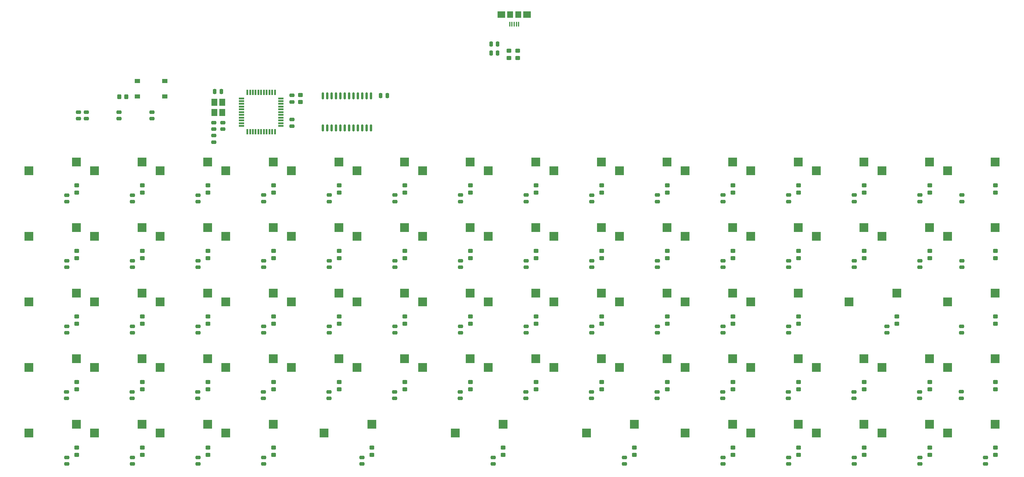
<source format=gbr>
G04 #@! TF.GenerationSoftware,KiCad,Pcbnew,7.0.1*
G04 #@! TF.CreationDate,2023-04-23T23:40:00+02:00*
G04 #@! TF.ProjectId,keyb_15x5,6b657962-5f31-4357-9835-2e6b69636164,rev?*
G04 #@! TF.SameCoordinates,Original*
G04 #@! TF.FileFunction,Paste,Bot*
G04 #@! TF.FilePolarity,Positive*
%FSLAX46Y46*%
G04 Gerber Fmt 4.6, Leading zero omitted, Abs format (unit mm)*
G04 Created by KiCad (PCBNEW 7.0.1) date 2023-04-23 23:40:00*
%MOMM*%
%LPD*%
G01*
G04 APERTURE LIST*
G04 Aperture macros list*
%AMRoundRect*
0 Rectangle with rounded corners*
0 $1 Rounding radius*
0 $2 $3 $4 $5 $6 $7 $8 $9 X,Y pos of 4 corners*
0 Add a 4 corners polygon primitive as box body*
4,1,4,$2,$3,$4,$5,$6,$7,$8,$9,$2,$3,0*
0 Add four circle primitives for the rounded corners*
1,1,$1+$1,$2,$3*
1,1,$1+$1,$4,$5*
1,1,$1+$1,$6,$7*
1,1,$1+$1,$8,$9*
0 Add four rect primitives between the rounded corners*
20,1,$1+$1,$2,$3,$4,$5,0*
20,1,$1+$1,$4,$5,$6,$7,0*
20,1,$1+$1,$6,$7,$8,$9,0*
20,1,$1+$1,$8,$9,$2,$3,0*%
G04 Aperture macros list end*
%ADD10R,0.400000X1.400000*%
%ADD11R,2.300000X1.900000*%
%ADD12R,1.800000X1.900000*%
%ADD13R,2.550000X2.500000*%
%ADD14RoundRect,0.250000X0.450000X-0.325000X0.450000X0.325000X-0.450000X0.325000X-0.450000X-0.325000X0*%
%ADD15RoundRect,0.250000X-0.250000X-0.475000X0.250000X-0.475000X0.250000X0.475000X-0.250000X0.475000X0*%
%ADD16RoundRect,0.250000X0.250000X0.475000X-0.250000X0.475000X-0.250000X-0.475000X0.250000X-0.475000X0*%
%ADD17RoundRect,0.250000X-0.475000X0.250000X-0.475000X-0.250000X0.475000X-0.250000X0.475000X0.250000X0*%
%ADD18RoundRect,0.250000X0.475000X-0.250000X0.475000X0.250000X-0.475000X0.250000X-0.475000X-0.250000X0*%
%ADD19RoundRect,0.250000X0.325000X0.450000X-0.325000X0.450000X-0.325000X-0.450000X0.325000X-0.450000X0*%
%ADD20R,1.550000X1.300000*%
%ADD21R,1.800000X2.100000*%
%ADD22R,0.550000X1.500000*%
%ADD23R,1.500000X0.550000*%
%ADD24RoundRect,0.150000X0.150000X-0.875000X0.150000X0.875000X-0.150000X0.875000X-0.150000X-0.875000X0*%
G04 APERTURE END LIST*
D10*
X213490000Y-68210000D03*
X214140000Y-68210000D03*
X214790000Y-68210000D03*
X215440000Y-68210000D03*
X216090000Y-68210000D03*
D11*
X218540000Y-65360000D03*
D12*
X215940000Y-65360000D03*
D11*
X211040000Y-65360000D03*
D12*
X213640000Y-65360000D03*
D13*
X73880000Y-110734000D03*
X87730000Y-108194000D03*
X111980000Y-167884000D03*
X125830000Y-165344000D03*
X321530000Y-167884000D03*
X335380000Y-165344000D03*
X159605000Y-186934000D03*
X173455000Y-184394000D03*
X150080000Y-110734000D03*
X163930000Y-108194000D03*
X131030000Y-148834000D03*
X144880000Y-146294000D03*
X111980000Y-129784000D03*
X125830000Y-127244000D03*
X340580000Y-129784000D03*
X354430000Y-127244000D03*
X207230000Y-110734000D03*
X221080000Y-108194000D03*
X169130000Y-148834000D03*
X182980000Y-146294000D03*
X92930000Y-186934000D03*
X106780000Y-184394000D03*
X321530000Y-129784000D03*
X335380000Y-127244000D03*
X226280000Y-129784000D03*
X240130000Y-127244000D03*
X169130000Y-129784000D03*
X182980000Y-127244000D03*
X111980000Y-148834000D03*
X125830000Y-146294000D03*
X207230000Y-129784000D03*
X221080000Y-127244000D03*
X245330000Y-148834000D03*
X259180000Y-146294000D03*
X92930000Y-148834000D03*
X106780000Y-146294000D03*
X264380000Y-129784000D03*
X278230000Y-127244000D03*
X188180000Y-129784000D03*
X202030000Y-127244000D03*
X245330000Y-110734000D03*
X259180000Y-108194000D03*
X264380000Y-148834000D03*
X278230000Y-146294000D03*
X92930000Y-110734000D03*
X106780000Y-108194000D03*
X321530000Y-110734000D03*
X335380000Y-108194000D03*
X92930000Y-167884000D03*
X106780000Y-165344000D03*
X340580000Y-186934000D03*
X354430000Y-184394000D03*
X302480000Y-167884000D03*
X316330000Y-165344000D03*
X207230000Y-148834000D03*
X221080000Y-146294000D03*
X73880000Y-129784000D03*
X87730000Y-127244000D03*
X131030000Y-110734000D03*
X144880000Y-108194000D03*
X73880000Y-148834000D03*
X87730000Y-146294000D03*
X150080000Y-148834000D03*
X163930000Y-146294000D03*
X283430000Y-167884000D03*
X297280000Y-165344000D03*
X92930000Y-129784000D03*
X106780000Y-127244000D03*
X235805000Y-186934000D03*
X249655000Y-184394000D03*
X264380000Y-167884000D03*
X278230000Y-165344000D03*
X131030000Y-167884000D03*
X144880000Y-165344000D03*
X302480000Y-129784000D03*
X316330000Y-127244000D03*
X264380000Y-110734000D03*
X278230000Y-108194000D03*
X169130000Y-110734000D03*
X182980000Y-108194000D03*
X150080000Y-129784000D03*
X163930000Y-127244000D03*
X264380000Y-186934000D03*
X278230000Y-184394000D03*
X245330000Y-167884000D03*
X259180000Y-165344000D03*
X207230000Y-167884000D03*
X221080000Y-165344000D03*
X111980000Y-186934000D03*
X125830000Y-184394000D03*
X188180000Y-110734000D03*
X202030000Y-108194000D03*
X131030000Y-129784000D03*
X144880000Y-127244000D03*
X226280000Y-148834000D03*
X240130000Y-146294000D03*
X169130000Y-167884000D03*
X182980000Y-165344000D03*
X197705000Y-186934000D03*
X211555000Y-184394000D03*
X188180000Y-148834000D03*
X202030000Y-146294000D03*
X111980000Y-110734000D03*
X125830000Y-108194000D03*
X340580000Y-148834000D03*
X354430000Y-146294000D03*
X73880000Y-186934000D03*
X87730000Y-184394000D03*
X302480000Y-186934000D03*
X316330000Y-184394000D03*
X283430000Y-148834000D03*
X297280000Y-146294000D03*
X245330000Y-129784000D03*
X259180000Y-127244000D03*
X283430000Y-110734000D03*
X297280000Y-108194000D03*
X131030000Y-186934000D03*
X144880000Y-184394000D03*
X150080000Y-167884000D03*
X163930000Y-165344000D03*
X283430000Y-129784000D03*
X297280000Y-127244000D03*
X73880000Y-167884000D03*
X87730000Y-165344000D03*
X283430000Y-186934000D03*
X297280000Y-184394000D03*
X226280000Y-110734000D03*
X240130000Y-108194000D03*
X226280000Y-167884000D03*
X240130000Y-165344000D03*
X188180000Y-167884000D03*
X202030000Y-165344000D03*
X302480000Y-110734000D03*
X316330000Y-108194000D03*
X340580000Y-110734000D03*
X354430000Y-108194000D03*
X321530000Y-186934000D03*
X335380000Y-184394000D03*
X312005000Y-148834000D03*
X325855000Y-146294000D03*
X340580000Y-167884000D03*
X354430000Y-165344000D03*
D14*
X87760000Y-117084000D03*
X87760000Y-115034000D03*
D15*
X177950000Y-88900000D03*
X176050000Y-88900000D03*
D16*
X210000000Y-73950000D03*
X208100000Y-73950000D03*
D17*
X150250000Y-88850000D03*
X150250000Y-90750000D03*
D18*
X130200000Y-96800000D03*
X130200000Y-98700000D03*
D16*
X210000000Y-76550000D03*
X208100000Y-76550000D03*
X127860000Y-87760000D03*
X129760000Y-87760000D03*
D17*
X127550000Y-98700000D03*
X127550000Y-96800000D03*
D18*
X127550000Y-102450000D03*
X127550000Y-100550000D03*
D19*
X100175000Y-89300000D03*
X102225000Y-89300000D03*
D14*
X215800000Y-77970000D03*
X215800000Y-75920000D03*
X213300000Y-77970000D03*
X213300000Y-75920000D03*
X152700000Y-90825000D03*
X152700000Y-88775000D03*
D20*
X113350000Y-84700000D03*
X105400000Y-84700000D03*
X113350000Y-89200000D03*
X105400000Y-89200000D03*
D21*
X130020000Y-90910000D03*
X130020000Y-93810000D03*
X127720000Y-93810000D03*
X127720000Y-90910000D03*
D22*
X145330000Y-99430000D03*
X144530000Y-99430000D03*
X143730000Y-99430000D03*
X142930000Y-99430000D03*
X142130000Y-99430000D03*
X141330000Y-99430000D03*
X140530000Y-99430000D03*
X139730000Y-99430000D03*
X138930000Y-99430000D03*
X138130000Y-99430000D03*
X137330000Y-99430000D03*
D23*
X135630000Y-97730000D03*
X135630000Y-96930000D03*
X135630000Y-96130000D03*
X135630000Y-95330000D03*
X135630000Y-94530000D03*
X135630000Y-93730000D03*
X135630000Y-92930000D03*
X135630000Y-92130000D03*
X135630000Y-91330000D03*
X135630000Y-90530000D03*
X135630000Y-89730000D03*
D22*
X137330000Y-88030000D03*
X138130000Y-88030000D03*
X138930000Y-88030000D03*
X139730000Y-88030000D03*
X140530000Y-88030000D03*
X141330000Y-88030000D03*
X142130000Y-88030000D03*
X142930000Y-88030000D03*
X143730000Y-88030000D03*
X144530000Y-88030000D03*
X145330000Y-88030000D03*
D23*
X147030000Y-89730000D03*
X147030000Y-90530000D03*
X147030000Y-91330000D03*
X147030000Y-92130000D03*
X147030000Y-92930000D03*
X147030000Y-93730000D03*
X147030000Y-94530000D03*
X147030000Y-95330000D03*
X147030000Y-96130000D03*
X147030000Y-96930000D03*
X147030000Y-97730000D03*
D14*
X259210000Y-117084000D03*
X259210000Y-115034000D03*
X163960000Y-117084000D03*
X163960000Y-115034000D03*
D18*
X142030000Y-157860000D03*
X142030000Y-155960000D03*
D14*
X354460000Y-136134000D03*
X354460000Y-134084000D03*
D18*
X313480000Y-119725000D03*
X313480000Y-117825000D03*
X142040000Y-195950000D03*
X142040000Y-194050000D03*
D14*
X259210000Y-155184000D03*
X259210000Y-153134000D03*
D17*
X218220000Y-175000000D03*
X218220000Y-176900000D03*
D14*
X297310000Y-136134000D03*
X297310000Y-134084000D03*
D17*
X294420000Y-175000000D03*
X294420000Y-176900000D03*
D14*
X106810000Y-174234000D03*
X106810000Y-172184000D03*
D18*
X103950000Y-119750000D03*
X103950000Y-117850000D03*
D14*
X316360000Y-117084000D03*
X316360000Y-115034000D03*
X354460000Y-117084000D03*
X354460000Y-115034000D03*
D17*
X237290000Y-136890000D03*
X237290000Y-138790000D03*
X161070000Y-175000000D03*
X161070000Y-176900000D03*
X88300000Y-93750000D03*
X88300000Y-95650000D03*
D14*
X278260000Y-136134000D03*
X278260000Y-134084000D03*
D18*
X313490000Y-195950000D03*
X313490000Y-194050000D03*
X294440000Y-195950000D03*
X294440000Y-194050000D03*
D17*
X90600000Y-93750000D03*
X90600000Y-95650000D03*
X180140000Y-136890000D03*
X180140000Y-138790000D03*
X150250000Y-95900000D03*
X150250000Y-97800000D03*
D14*
X125860000Y-193284000D03*
X125860000Y-191234000D03*
D18*
X218230000Y-119725000D03*
X218230000Y-117825000D03*
X122980000Y-157860000D03*
X122980000Y-155960000D03*
D14*
X278260000Y-193284000D03*
X278260000Y-191234000D03*
X144910000Y-174234000D03*
X144910000Y-172184000D03*
D18*
X122990000Y-195950000D03*
X122990000Y-194050000D03*
D14*
X259210000Y-174234000D03*
X259210000Y-172184000D03*
D17*
X332520000Y-175000000D03*
X332520000Y-176900000D03*
D24*
X173220000Y-98300000D03*
X171950000Y-98300000D03*
X170680000Y-98300000D03*
X169410000Y-98300000D03*
X168140000Y-98300000D03*
X166870000Y-98300000D03*
X165600000Y-98300000D03*
X164330000Y-98300000D03*
X163060000Y-98300000D03*
X161790000Y-98300000D03*
X160520000Y-98300000D03*
X159250000Y-98300000D03*
X159250000Y-89000000D03*
X160520000Y-89000000D03*
X161790000Y-89000000D03*
X163060000Y-89000000D03*
X164330000Y-89000000D03*
X165600000Y-89000000D03*
X166870000Y-89000000D03*
X168140000Y-89000000D03*
X169410000Y-89000000D03*
X170680000Y-89000000D03*
X171950000Y-89000000D03*
X173220000Y-89000000D03*
D14*
X183010000Y-155184000D03*
X183010000Y-153134000D03*
D18*
X351590000Y-195950000D03*
X351590000Y-194050000D03*
X161080000Y-157860000D03*
X161080000Y-155960000D03*
X294430000Y-119725000D03*
X294430000Y-117825000D03*
D14*
X144910000Y-136134000D03*
X144910000Y-134084000D03*
D17*
X313470000Y-175000000D03*
X313470000Y-176900000D03*
X199190000Y-136890000D03*
X199190000Y-138790000D03*
X344560000Y-174980000D03*
X344560000Y-176880000D03*
D18*
X246815000Y-195950000D03*
X246815000Y-194050000D03*
D17*
X84890000Y-136890000D03*
X84890000Y-138790000D03*
D14*
X87760000Y-155184000D03*
X87760000Y-153134000D03*
D17*
X237270000Y-175000000D03*
X237270000Y-176900000D03*
D18*
X142030000Y-119725000D03*
X142030000Y-117825000D03*
D14*
X87760000Y-174234000D03*
X87760000Y-172184000D03*
D17*
X344770000Y-136890000D03*
X344770000Y-138790000D03*
D14*
X278260000Y-117084000D03*
X278260000Y-115034000D03*
X106810000Y-136134000D03*
X106810000Y-134084000D03*
X106810000Y-155184000D03*
X106810000Y-153134000D03*
D18*
X122980000Y-119750000D03*
X122980000Y-117850000D03*
X208715000Y-195950000D03*
X208715000Y-194050000D03*
D14*
X87760000Y-136134000D03*
X87760000Y-134084000D03*
X335410000Y-136134000D03*
X335410000Y-134084000D03*
D17*
X256340000Y-136890000D03*
X256340000Y-138790000D03*
D14*
X202060000Y-136134000D03*
X202060000Y-134084000D03*
X297310000Y-155184000D03*
X297310000Y-153134000D03*
X125860000Y-174234000D03*
X125860000Y-172184000D03*
X316360000Y-136134000D03*
X316360000Y-134084000D03*
D17*
X122970000Y-175000000D03*
X122970000Y-176900000D03*
X122990000Y-136890000D03*
X122990000Y-138790000D03*
D18*
X275380000Y-119725000D03*
X275380000Y-117825000D03*
X180130000Y-119725000D03*
X180130000Y-117825000D03*
X103930000Y-157860000D03*
X103930000Y-155960000D03*
X199180000Y-157860000D03*
X199180000Y-155960000D03*
D14*
X87760000Y-193284000D03*
X87760000Y-191234000D03*
X297310000Y-174234000D03*
X297310000Y-172184000D03*
X173485000Y-193284000D03*
X173485000Y-191234000D03*
D18*
X256330000Y-119725000D03*
X256330000Y-117825000D03*
D17*
X142040000Y-136890000D03*
X142040000Y-138790000D03*
D18*
X84880000Y-157860000D03*
X84880000Y-155960000D03*
D17*
X109650000Y-93750000D03*
X109650000Y-95650000D03*
X100100000Y-93750000D03*
X100100000Y-95650000D03*
D14*
X354460000Y-193284000D03*
X354460000Y-191234000D03*
X316360000Y-193284000D03*
X316360000Y-191234000D03*
D18*
X323005000Y-157860000D03*
X323005000Y-155960000D03*
X275390000Y-195950000D03*
X275390000Y-194050000D03*
D14*
X125860000Y-136134000D03*
X125860000Y-134084000D03*
X163960000Y-174234000D03*
X163960000Y-172184000D03*
X240160000Y-174234000D03*
X240160000Y-172184000D03*
X249685000Y-193284000D03*
X249685000Y-191234000D03*
D17*
X84870000Y-175000000D03*
X84870000Y-176900000D03*
D14*
X106810000Y-193284000D03*
X106810000Y-191234000D03*
X183010000Y-117084000D03*
X183010000Y-115034000D03*
X202060000Y-155184000D03*
X202060000Y-153134000D03*
D18*
X180130000Y-157860000D03*
X180130000Y-155960000D03*
D14*
X335410000Y-193284000D03*
X335410000Y-191234000D03*
D18*
X199180000Y-119725000D03*
X199180000Y-117825000D03*
D14*
X221110000Y-155184000D03*
X221110000Y-153134000D03*
D17*
X180120000Y-175000000D03*
X180120000Y-176900000D03*
D18*
X218230000Y-157860000D03*
X218230000Y-155960000D03*
D14*
X335410000Y-174234000D03*
X335410000Y-172184000D03*
X125860000Y-117084000D03*
X125860000Y-115034000D03*
X163960000Y-155184000D03*
X163960000Y-153134000D03*
X183010000Y-174234000D03*
X183010000Y-172184000D03*
D18*
X332530000Y-119725000D03*
X332530000Y-117825000D03*
D14*
X354460000Y-155184000D03*
X354460000Y-153134000D03*
X240160000Y-136134000D03*
X240160000Y-134084000D03*
D17*
X313490000Y-136890000D03*
X313490000Y-138790000D03*
D14*
X144910000Y-117084000D03*
X144910000Y-115034000D03*
D18*
X161080000Y-119725000D03*
X161080000Y-117825000D03*
D14*
X183010000Y-136134000D03*
X183010000Y-134084000D03*
X278260000Y-155184000D03*
X278260000Y-153134000D03*
X240160000Y-155184000D03*
X240160000Y-153134000D03*
D17*
X332540000Y-136890000D03*
X332540000Y-138790000D03*
X142020000Y-175000000D03*
X142020000Y-176900000D03*
D14*
X202060000Y-117084000D03*
X202060000Y-115034000D03*
X106810000Y-117084000D03*
X106810000Y-115034000D03*
X297310000Y-193284000D03*
X297310000Y-191234000D03*
D17*
X103940000Y-136890000D03*
X103940000Y-138790000D03*
X218240000Y-136890000D03*
X218240000Y-138790000D03*
X256320000Y-175000000D03*
X256320000Y-176900000D03*
D18*
X170615000Y-195950000D03*
X170615000Y-194050000D03*
D17*
X294440000Y-136890000D03*
X294440000Y-138790000D03*
D18*
X84890000Y-195950000D03*
X84890000Y-194050000D03*
X344780000Y-119730000D03*
X344780000Y-117830000D03*
D14*
X144910000Y-155184000D03*
X144910000Y-153134000D03*
D17*
X275390000Y-136890000D03*
X275390000Y-138790000D03*
D14*
X354460000Y-174234000D03*
X354460000Y-172184000D03*
X316360000Y-174234000D03*
X316360000Y-172184000D03*
D18*
X344650000Y-157840000D03*
X344650000Y-155940000D03*
D14*
X211585000Y-193284000D03*
X211585000Y-191234000D03*
X335410000Y-117084000D03*
X335410000Y-115034000D03*
X240160000Y-117084000D03*
X240160000Y-115034000D03*
X144910000Y-193284000D03*
X144910000Y-191234000D03*
D18*
X256330000Y-157860000D03*
X256330000Y-155960000D03*
D14*
X297310000Y-117084000D03*
X297310000Y-115034000D03*
D18*
X237280000Y-119750000D03*
X237280000Y-117850000D03*
D17*
X161090000Y-136890000D03*
X161090000Y-138790000D03*
D18*
X332540000Y-195950000D03*
X332540000Y-194050000D03*
D14*
X259210000Y-136134000D03*
X259210000Y-134084000D03*
D18*
X84950000Y-119750000D03*
X84950000Y-117850000D03*
D17*
X199170000Y-175000000D03*
X199170000Y-176900000D03*
D18*
X294430000Y-157860000D03*
X294430000Y-155960000D03*
X275380000Y-157860000D03*
X275380000Y-155960000D03*
D14*
X221110000Y-174234000D03*
X221110000Y-172184000D03*
D18*
X103940000Y-195950000D03*
X103940000Y-194050000D03*
D14*
X125860000Y-155184000D03*
X125860000Y-153134000D03*
D17*
X103920000Y-175000000D03*
X103920000Y-176900000D03*
D14*
X202060000Y-174234000D03*
X202060000Y-172184000D03*
D18*
X237280000Y-157860000D03*
X237280000Y-155960000D03*
D14*
X221110000Y-136134000D03*
X221110000Y-134084000D03*
X325885000Y-155184000D03*
X325885000Y-153134000D03*
X221110000Y-117084000D03*
X221110000Y-115034000D03*
D17*
X275370000Y-175000000D03*
X275370000Y-176900000D03*
D14*
X278260000Y-174234000D03*
X278260000Y-172184000D03*
X163960000Y-136134000D03*
X163960000Y-134084000D03*
M02*

</source>
